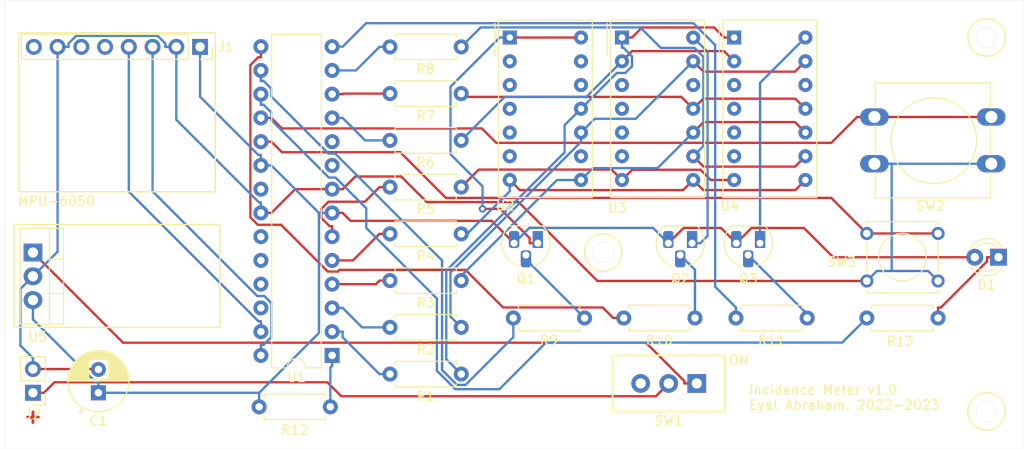
<source format=kicad_pcb>
(kicad_pcb (version 20211014) (generator pcbnew)
  (layers (0 "F.Cu" signal) (31 "B.Cu" signal) (34 "B.Paste" user) (35 "F.Paste" user) (36 "B.SilkS" user "B.Silkscreen") (37 "F.SilkS" user "F.Silkscreen") (38 "B.Mask" user) (39 "F.Mask" user) (44 "Edge.Cuts" user))
  (net 0 "")
  (net 1 "Net-(SW1-Pad1)")
  (net 2 "Net-(J2-Pad1)")
  (net 4 "Net-(Q3-Pad2)")
  (net 5 "Net-(R11-Pad2)")
  (net 6 "Net-(Q2-Pad2)")
  (net 7 "Net-(R10-Pad2)")
  (net 8 "Net-(Q1-Pad2)")
  (net 9 "Net-(R9-Pad2)")
  (net 10 "Net-(R8-Pad1)")
  (net 11 "Net-(R8-Pad2)")
  (net 12 "Net-(R7-Pad1)")
  (net 13 "Net-(R7-Pad2)")
  (net 14 "Net-(R6-Pad1)")
  (net 15 "Net-(R6-Pad2)")
  (net 16 "Net-(R5-Pad1)")
  (net 17 "Net-(R5-Pad2)")
  (net 18 "Net-(R4-Pad1)")
  (net 19 "Net-(R4-Pad2)")
  (net 20 "Net-(R3-Pad1)")
  (net 21 "Net-(R3-Pad2)")
  (net 22 "Net-(R2-Pad1)")
  (net 23 "Net-(R2-Pad2)")
  (net 24 "Net-(R1-Pad1)")
  (net 25 "Net-(R1-Pad2)")
  (net 26 "VCC")
  (net 27 "Net-(R12-Pad2)")
  (net 28 "Net-(R13-Pad1)")
  (net 29 "Net-(D1-Pad1)")
  (net 30 "Net-(Q3-Pad1)")
  (net 31 "Net-(Q2-Pad1)")
  (net 32 "Net-(Q1-Pad1)")
  (net 33 "GND")
  (net 36 "Net-(SW2-Pad1)")
  (net 37 "Net-(SW3-Pad1)")
  (net 43 "SDA")
  (net 44 "SCL")
  (footprint "footprint-library:SPDT_MINIATURE_SLIDE_SW_PHILMORE_30-9185" (layer "F.Cu") (at 153 107 180)
    (fp_text reference "SW1" (at 0 -4 unlocked) (layer "F.SilkS"))
    (fp_text value "on/off")
    (pad "1" thru_hole rect (at -3 0 180) (size 2 2) (drill 1.1) (layers *.Cu *.Mask) (net 1 "Net-(SW1-Pad1)"))
    (pad "2" thru_hole circle (at 0 0 180) (size 2 2) (drill 1.1) (layers *.Cu *.Mask) (net 2 "Net-(J2-Pad1)"))
    (pad "3" thru_hole circle (at 3 0 180) (size 2 2) (drill 1.1) (layers *.Cu *.Mask))
  )
  (footprint "Capacitor_THT:CP_Radial_D6.3mm_P2.50mm" (layer "F.Cu") (at 92 108 90)
    (fp_text reference "C1" (at -3 0 180) (layer "F.SilkS"))
    (fp_text value "220uF / 10v")
    (pad "1" thru_hole rect (at 0 0 90) (size 1.6 1.6) (drill 0.8) (layers *.Cu *.Mask) (net 26 "VCC"))
    (pad "2" thru_hole circle (at 2.5 0 90) (size 1.6 1.6) (drill 0.8) (layers *.Cu *.Mask) (net 33 "GND"))
  )
  (footprint "Button_Switch_THT:SW_Tactile_Straight_KSA0Axx1LFTR" (layer "F.Cu") (at 174.19 90.96)
    (fp_text reference "SW3" (at -2.69 3.04) (layer "F.SilkS"))
    (fp_text value "Calibrate")
    (pad "1" thru_hole circle (at 7.62 0) (size 1.397 1.397) (drill 0.8128) (layers *.Cu *.Mask) (net 37 "Net-(SW3-Pad1)"))
    (pad "1" thru_hole circle (at 0 0) (size 1.397 1.397) (drill 0.8128) (layers *.Cu *.Mask) (net 37 "Net-(SW3-Pad1)"))
    (pad "2" thru_hole circle (at 0 5.08) (size 1.397 1.397) (drill 0.8128) (layers *.Cu *.Mask) (net 33 "GND"))
    (pad "2" thru_hole circle (at 7.62 5.08) (size 1.397 1.397) (drill 0.8128) (layers *.Cu *.Mask) (net 33 "GND"))
  )
  (footprint "Resistor_THT:R_Axial_DIN0207_L6.3mm_D2.5mm_P7.62mm_Horizontal" (layer "F.Cu") (at 130.81 96 180)
    (fp_text reference "R3" (at 3.81 -2.37) (layer "F.SilkS"))
    (fp_text value "120")
    (pad "1" thru_hole circle (at 0 0 180) (size 1.6 1.6) (drill 0.8) (layers *.Cu *.Mask) (net 20 "Net-(R3-Pad1)"))
    (pad "2" thru_hole oval (at 7.62 0 180) (size 1.6 1.6) (drill 0.8) (layers *.Cu *.Mask) (net 21 "Net-(R3-Pad2)"))
  )
  (footprint "Package_TO_SOT_THT:TO-220-3_Vertical" (layer "F.Cu") (at 85 93 -90)
    (fp_text reference "U5" (at 9 -0.5 180) (layer "F.SilkS"))
    (fp_text value "NTE1904")
    (pad "1" thru_hole rect (at 0 0 270) (size 1.905 2) (drill 1.1) (layers *.Cu *.Mask) (net 1 "Net-(SW1-Pad1)"))
    (pad "2" thru_hole oval (at 2.54 0 270) (size 1.905 2) (drill 1.1) (layers *.Cu *.Mask) (net 33 "GND"))
    (pad "3" thru_hole oval (at 5.08 0 270) (size 1.905 2) (drill 1.1) (layers *.Cu *.Mask) (net 26 "VCC"))
  )
  (footprint "Resistor_THT:R_Axial_DIN0207_L6.3mm_D2.5mm_P7.62mm_Horizontal" (layer "F.Cu") (at 130.81 91 180)
    (fp_text reference "R4" (at 3.81 -2.37) (layer "F.SilkS"))
    (fp_text value "120")
    (pad "1" thru_hole circle (at 0 0 180) (size 1.6 1.6) (drill 0.8) (layers *.Cu *.Mask) (net 18 "Net-(R4-Pad1)"))
    (pad "2" thru_hole oval (at 7.62 0 180) (size 1.6 1.6) (drill 0.8) (layers *.Cu *.Mask) (net 19 "Net-(R4-Pad2)"))
  )
  (footprint "Resistor_THT:R_Axial_DIN0207_L6.3mm_D2.5mm_P7.62mm_Horizontal" (layer "F.Cu") (at 130.81 101 180)
    (fp_text reference "R2" (at 3.81 -2.37) (layer "F.SilkS"))
    (fp_text value "120")
    (pad "1" thru_hole circle (at 0 0 180) (size 1.6 1.6) (drill 0.8) (layers *.Cu *.Mask) (net 22 "Net-(R2-Pad1)"))
    (pad "2" thru_hole oval (at 7.62 0 180) (size 1.6 1.6) (drill 0.8) (layers *.Cu *.Mask) (net 23 "Net-(R2-Pad2)"))
  )
  (footprint "Resistor_THT:R_Axial_DIN0207_L6.3mm_D2.5mm_P7.62mm_Horizontal" (layer "F.Cu") (at 109.19 109.5)
    (fp_text reference "R12" (at 3.81 2.5) (layer "F.SilkS"))
    (fp_text value "10K")
    (pad "1" thru_hole circle (at 0 0) (size 1.6 1.6) (drill 0.8) (layers *.Cu *.Mask) (net 26 "VCC"))
    (pad "2" thru_hole oval (at 7.62 0) (size 1.6 1.6) (drill 0.8) (layers *.Cu *.Mask) (net 27 "Net-(R12-Pad2)"))
  )
  (footprint "Connector_PinHeader_2.54mm:PinHeader_1x02_P2.54mm_Vertical" (layer "F.Cu") (at 85 108 180)
    (fp_text reference "J2" (at 0 -2.33) (layer "F.SilkS"))
    (fp_text value "Battery")
    (pad "1" thru_hole rect (at 0 0 180) (size 1.7 1.7) (drill 1) (layers *.Cu *.Mask) (net 2 "Net-(J2-Pad1)"))
    (pad "2" thru_hole oval (at 0 2.54 180) (size 1.7 1.7) (drill 1) (layers *.Cu *.Mask) (net 33 "GND"))
  )
  (footprint "LED_THT:LED_D3.0mm" (layer "F.Cu") (at 188.275 93.5 180)
    (fp_text reference "D1" (at 1.27 -2.96) (layer "F.SilkS"))
    (fp_text value "LED")
    (pad "1" thru_hole rect (at 0 0 180) (size 1.8 1.8) (drill 0.9) (layers *.Cu *.Mask) (net 29 "Net-(D1-Pad1)"))
    (pad "2" thru_hole circle (at 2.54 0 180) (size 1.8 1.8) (drill 0.9) (layers *.Cu *.Mask) (net 26 "VCC"))
  )
  (footprint "Resistor_THT:R_Axial_DIN0207_L6.3mm_D2.5mm_P7.62mm_Horizontal" (layer "F.Cu") (at 174.19 100)
    (fp_text reference "R13" (at 3.57 2.5) (layer "F.SilkS"))
    (fp_text value "1K")
    (pad "1" thru_hole circle (at 0 0) (size 1.6 1.6) (drill 0.8) (layers *.Cu *.Mask) (net 28 "Net-(R13-Pad1)"))
    (pad "2" thru_hole oval (at 7.62 0) (size 1.6 1.6) (drill 0.8) (layers *.Cu *.Mask) (net 29 "Net-(D1-Pad1)"))
  )
  (footprint "Resistor_THT:R_Axial_DIN0207_L6.3mm_D2.5mm_P7.62mm_Horizontal" (layer "F.Cu") (at 130.81 86 180)
    (fp_text reference "R5" (at 3.81 -2.37) (layer "F.SilkS"))
    (fp_text value "120")
    (pad "1" thru_hole circle (at 0 0 180) (size 1.6 1.6) (drill 0.8) (layers *.Cu *.Mask) (net 16 "Net-(R5-Pad1)"))
    (pad "2" thru_hole oval (at 7.62 0 180) (size 1.6 1.6) (drill 0.8) (layers *.Cu *.Mask) (net 17 "Net-(R5-Pad2)"))
  )
  (footprint "Package_TO_SOT_THT:TO-92L_HandSolder" (layer "F.Cu") (at 162.77 92 180)
    (fp_text reference "Q3" (at 1.27 -3.8) (layer "F.SilkS"))
    (fp_text value "PN3643")
    (pad "1" thru_hole rect (at 0 0 180) (size 1.1 1.8) (drill 0.75 (offset 0 0.4)) (layers *.Cu *.Mask) (net 30 "Net-(Q3-Pad1)"))
    (pad "2" thru_hole roundrect (at 1.27 -1.27 180) (size 1.1 1.8) (drill 0.75 (offset 0 -0.4)) (layers *.Cu *.Mask) (net 4 "Net-(Q3-Pad2)"))
    (pad "3" thru_hole roundrect (at 2.54 0 180) (size 1.1 1.8) (drill 0.75 (offset 0 0.4)) (layers *.Cu *.Mask) (net 26 "VCC"))
  )
  (footprint "Package_DIP:DIP-28_W7.62mm" (layer "F.Cu") (at 117 104 180)
    (fp_text reference "U1" (at 3.81 -2.33) (layer "F.SilkS"))
    (fp_text value "ATmega328-P")
    (pad "1" thru_hole rect (at 0 0 180) (size 1.6 1.6) (drill 0.8) (layers *.Cu *.Mask) (net 27 "Net-(R12-Pad2)"))
    (pad "2" thru_hole oval (at 0 2.54 180) (size 1.6 1.6) (drill 0.8) (layers *.Cu *.Mask) (net 25 "Net-(R1-Pad2)"))
    (pad "3" thru_hole oval (at 0 5.08 180) (size 1.6 1.6) (drill 0.8) (layers *.Cu *.Mask) (net 23 "Net-(R2-Pad2)"))
    (pad "4" thru_hole oval (at 0 7.62 180) (size 1.6 1.6) (drill 0.8) (layers *.Cu *.Mask) (net 21 "Net-(R3-Pad2)"))
    (pad "5" thru_hole oval (at 0 10.16 180) (size 1.6 1.6) (drill 0.8) (layers *.Cu *.Mask) (net 19 "Net-(R4-Pad2)"))
    (pad "6" thru_hole oval (at 0 12.7 180) (size 1.6 1.6) (drill 0.8) (layers *.Cu *.Mask) (net 17 "Net-(R5-Pad2)"))
    (pad "7" thru_hole oval (at 0 15.24 180) (size 1.6 1.6) (drill 0.8) (layers *.Cu *.Mask) (net 26 "VCC"))
    (pad "8" thru_hole oval (at 0 17.78 180) (size 1.6 1.6) (drill 0.8) (layers *.Cu *.Mask) (net 33 "GND"))
    (pad "9" thru_hole oval (at 0 20.32 180) (size 1.6 1.6) (drill 0.8) (layers *.Cu *.Mask))
    (pad "10" thru_hole oval (at 0 22.86 180) (size 1.6 1.6) (drill 0.8) (layers *.Cu *.Mask))
    (pad "11" thru_hole oval (at 0 25.4 180) (size 1.6 1.6) (drill 0.8) (layers *.Cu *.Mask) (net 15 "Net-(R6-Pad2)"))
    (pad "12" thru_hole oval (at 0 27.94 180) (size 1.6 1.6) (drill 0.8) (layers *.Cu *.Mask) (net 13 "Net-(R7-Pad2)"))
    (pad "13" thru_hole oval (at 0 30.48 180) (size 1.6 1.6) (drill 0.8) (layers *.Cu *.Mask) (net 11 "Net-(R8-Pad2)"))
    (pad "14" thru_hole oval (at 0 33.02 180) (size 1.6 1.6) (drill 0.8) (layers *.Cu *.Mask) (net 5 "Net-(R11-Pad2)"))
    (pad "15" thru_hole oval (at 7.62 33.02 180) (size 1.6 1.6) (drill 0.8) (layers *.Cu *.Mask) (net 7 "Net-(R10-Pad2)"))
    (pad "16" thru_hole oval (at 7.62 30.48 180) (size 1.6 1.6) (drill 0.8) (layers *.Cu *.Mask) (net 9 "Net-(R9-Pad2)"))
    (pad "17" thru_hole oval (at 7.62 27.94 180) (size 1.6 1.6) (drill 0.8) (layers *.Cu *.Mask) (net 28 "Net-(R13-Pad1)"))
    (pad "18" thru_hole oval (at 7.62 25.4 180) (size 1.6 1.6) (drill 0.8) (layers *.Cu *.Mask) (net 36 "Net-(SW2-Pad1)"))
    (pad "19" thru_hole oval (at 7.62 22.86 180) (size 1.6 1.6) (drill 0.8) (layers *.Cu *.Mask) (net 37 "Net-(SW3-Pad1)"))
    (pad "20" thru_hole oval (at 7.62 20.32 180) (size 1.6 1.6) (drill 0.8) (layers *.Cu *.Mask) (net 26 "VCC"))
    (pad "21" thru_hole oval (at 7.62 17.78 180) (size 1.6 1.6) (drill 0.8) (layers *.Cu *.Mask))
    (pad "22" thru_hole oval (at 7.62 15.24 180) (size 1.6 1.6) (drill 0.8) (layers *.Cu *.Mask) (net 33 "GND"))
    (pad "23" thru_hole oval (at 7.62 12.7 180) (size 1.6 1.6) (drill 0.8) (layers *.Cu *.Mask))
    (pad "24" thru_hole oval (at 7.62 10.16 180) (size 1.6 1.6) (drill 0.8) (layers *.Cu *.Mask))
    (pad "25" thru_hole oval (at 7.62 7.62 180) (size 1.6 1.6) (drill 0.8) (layers *.Cu *.Mask))
    (pad "26" thru_hole oval (at 7.62 5.08 180) (size 1.6 1.6) (drill 0.8) (layers *.Cu *.Mask))
    (pad "27" thru_hole oval (at 7.62 2.54 180) (size 1.6 1.6) (drill 0.8) (layers *.Cu *.Mask) (net 43 "SDA"))
    (pad "28" thru_hole oval (at 7.62 0 180) (size 1.6 1.6) (drill 0.8) (layers *.Cu *.Mask) (net 44 "SCL"))
  )
  (footprint "Connector_PinSocket_2.54mm:PinSocket_1x08_P2.54mm_Vertical" (layer "F.Cu") (at 102.875 71 -90)
    (fp_text reference "J1" (at 0 -2.77 180) (layer "F.SilkS"))
    (fp_text value "MPU-6050")
    (pad "1" thru_hole rect (at 0 0 270) (size 1.7 1.7) (drill 1) (layers *.Cu *.Mask) (net 26 "VCC"))
    (pad "2" thru_hole oval (at 0 2.54 270) (size 1.7 1.7) (drill 1) (layers *.Cu *.Mask) (net 33 "GND"))
    (pad "3" thru_hole oval (at 0 5.08 270) (size 1.7 1.7) (drill 1) (layers *.Cu *.Mask) (net 44 "SCL"))
    (pad "4" thru_hole oval (at 0 7.62 270) (size 1.7 1.7) (drill 1) (layers *.Cu *.Mask) (net 43 "SDA"))
    (pad "5" thru_hole oval (at 0 10.16 270) (size 1.7 1.7) (drill 1) (layers *.Cu *.Mask))
    (pad "6" thru_hole oval (at 0 12.7 270) (size 1.7 1.7) (drill 1) (layers *.Cu *.Mask))
    (pad "7" thru_hole oval (at 0 15.24 270) (size 1.7 1.7) (drill 1) (layers *.Cu *.Mask) (net 33 "GND"))
    (pad "8" thru_hole oval (at 0 17.78 270) (size 1.7 1.7) (drill 1) (layers *.Cu *.Mask))
  )
  (footprint "Resistor_THT:R_Axial_DIN0207_L6.3mm_D2.5mm_P7.62mm_Horizontal" (layer "F.Cu") (at 167.81 100 180)
    (fp_text reference "R11" (at 3.81 -2.37) (layer "F.SilkS"))
    (fp_text value "1K")
    (pad "1" thru_hole circle (at 0 0 180) (size 1.6 1.6) (drill 0.8) (layers *.Cu *.Mask) (net 4 "Net-(Q3-Pad2)"))
    (pad "2" thru_hole oval (at 7.62 0 180) (size 1.6 1.6) (drill 0.8) (layers *.Cu *.Mask) (net 5 "Net-(R11-Pad2)"))
  )
  (footprint "Display_7Segment:MAN73A" (layer "F.Cu") (at 136 70)
    (fp_text reference "U2" (at -0.5 18) (layer "F.SilkS"))
    (fp_text value "MAN73A")
    (pad "1" thru_hole rect (at 0 0) (size 1.5 1.5) (drill 0.7) (layers *.Cu *.Mask) (net 32 "Net-(Q1-Pad1)"))
    (pad "2" thru_hole circle (at 0 2.54) (size 1.5 1.5) (drill 0.7) (layers *.Cu *.Mask))
    (pad "3" thru_hole circle (at 0 5.08) (size 1.5 1.5) (drill 0.7) (layers *.Cu *.Mask))
    (pad "4" thru_hole circle (at 0 7.62) (size 1.5 1.5) (drill 0.7) (layers *.Cu *.Mask))
    (pad "5" thru_hole circle (at 0 10.16) (size 1.5 1.5) (drill 0.7) (layers *.Cu *.Mask))
    (pad "6" thru_hole circle (at 0 12.7) (size 1.5 1.5) (drill 0.7) (layers *.Cu *.Mask))
    (pad "7" thru_hole circle (at 0 15.24) (size 1.5 1.5) (drill 0.7) (layers *.Cu *.Mask) (net 18 "Net-(R4-Pad1)"))
    (pad "8" thru_hole circle (at 7.62 15.24) (size 1.5 1.5) (drill 0.7) (layers *.Cu *.Mask) (net 20 "Net-(R3-Pad1)"))
    (pad "9" thru_hole circle (at 7.62 12.7) (size 1.5 1.5) (drill 0.7) (layers *.Cu *.Mask))
    (pad "10" thru_hole circle (at 7.62 10.16) (size 1.5 1.5) (drill 0.7) (layers *.Cu *.Mask) (net 22 "Net-(R2-Pad1)"))
    (pad "11" thru_hole circle (at 7.62 7.62) (size 1.5 1.5) (drill 0.7) (layers *.Cu *.Mask) (net 24 "Net-(R1-Pad1)"))
    (pad "12" thru_hole circle (at 7.62 5.08) (size 1.5 1.5) (drill 0.7) (layers *.Cu *.Mask))
    (pad "13" thru_hole circle (at 7.62 2.54) (size 1.5 1.5) (drill 0.7) (layers *.Cu *.Mask))
    (pad "14" thru_hole circle (at 7.62 0) (size 1.5 1.5) (drill 0.7) (layers *.Cu *.Mask) (net 32 "Net-(Q1-Pad1)"))
  )
  (footprint "Resistor_THT:R_Axial_DIN0207_L6.3mm_D2.5mm_P7.62mm_Horizontal" (layer "F.Cu") (at 130.81 81 180)
    (fp_text reference "R6" (at 3.81 -2.37) (layer "F.SilkS"))
    (fp_text value "120")
    (pad "1" thru_hole circle (at 0 0 180) (size 1.6 1.6) (drill 0.8) (layers *.Cu *.Mask) (net 14 "Net-(R6-Pad1)"))
    (pad "2" thru_hole oval (at 7.62 0 180) (size 1.6 1.6) (drill 0.8) (layers *.Cu *.Mask) (net 15 "Net-(R6-Pad2)"))
  )
  (footprint "Resistor_THT:R_Axial_DIN0207_L6.3mm_D2.5mm_P7.62mm_Horizontal" (layer "F.Cu") (at 155.81 100 180)
    (fp_text reference "R10" (at 3.81 -2.37) (layer "F.SilkS"))
    (fp_text value "1K")
    (pad "1" thru_hole circle (at 0 0 180) (size 1.6 1.6) (drill 0.8) (layers *.Cu *.Mask) (net 6 "Net-(Q2-Pad2)"))
    (pad "2" thru_hole oval (at 7.62 0 180) (size 1.6 1.6) (drill 0.8) (layers *.Cu *.Mask) (net 7 "Net-(R10-Pad2)"))
  )
  (footprint "Resistor_THT:R_Axial_DIN0207_L6.3mm_D2.5mm_P7.62mm_Horizontal" (layer "F.Cu") (at 130.81 71 180)
    (fp_text reference "R8" (at 3.81 -2.37) (layer "F.SilkS"))
    (fp_text value "120")
    (pad "1" thru_hole circle (at 0 0 180) (size 1.6 1.6) (drill 0.8) (layers *.Cu *.Mask) (net 10 "Net-(R8-Pad1)"))
    (pad "2" thru_hole oval (at 7.62 0 180) (size 1.6 1.6) (drill 0.8) (layers *.Cu *.Mask) (net 11 "Net-(R8-Pad2)"))
  )
  (footprint "Resistor_THT:R_Axial_DIN0207_L6.3mm_D2.5mm_P7.62mm_Horizontal" (layer "F.Cu") (at 144 100 180)
    (fp_text reference "R9" (at 3.81 -2.37) (layer "F.SilkS"))
    (fp_text value "1K")
    (pad "1" thru_hole circle (at 0 0 180) (size 1.6 1.6) (drill 0.8) (layers *.Cu *.Mask) (net 8 "Net-(Q1-Pad2)"))
    (pad "2" thru_hole oval (at 7.62 0 180) (size 1.6 1.6) (drill 0.8) (layers *.Cu *.Mask) (net 9 "Net-(R9-Pad2)"))
  )
  (footprint "Display_7Segment:MAN71A" (layer "F.Cu") (at 160 70)
    (fp_text reference "U4" (at -0.5 18) (layer "F.SilkS"))
    (fp_text value "MAN71A")
    (pad "1" thru_hole rect (at 0 0) (size 1.5 1.5) (drill 0.7) (layers *.Cu *.Mask) (net 24 "Net-(R1-Pad1)"))
    (pad "2" thru_hole circle (at 0 2.54) (size 1.5 1.5) (drill 0.7) (layers *.Cu *.Mask) (net 14 "Net-(R6-Pad1)"))
    (pad "3" thru_hole circle (at 0 5.08) (size 1.5 1.5) (drill 0.7) (layers *.Cu *.Mask))
    (pad "4" thru_hole circle (at 0 7.62) (size 1.5 1.5) (drill 0.7) (layers *.Cu *.Mask))
    (pad "5" thru_hole circle (at 0 10.16) (size 1.5 1.5) (drill 0.7) (layers *.Cu *.Mask))
    (pad "6" thru_hole circle (at 0 12.7) (size 1.5 1.5) (drill 0.7) (layers *.Cu *.Mask))
    (pad "7" thru_hole circle (at 0 15.24) (size 1.5 1.5) (drill 0.7) (layers *.Cu *.Mask) (net 16 "Net-(R5-Pad1)"))
    (pad "8" thru_hole circle (at 7.62 15.24) (size 1.5 1.5) (drill 0.7) (layers *.Cu *.Mask) (net 18 "Net-(R4-Pad1)"))
    (pad "9" thru_hole circle (at 7.62 12.7) (size 1.5 1.5) (drill 0.7) (layers *.Cu *.Mask) (net 10 "Net-(R8-Pad1)"))
    (pad "10" thru_hole circle (at 7.62 10.16) (size 1.5 1.5) (drill 0.7) (layers *.Cu *.Mask) (net 20 "Net-(R3-Pad1)"))
    (pad "11" thru_hole circle (at 7.62 7.62) (size 1.5 1.5) (drill 0.7) (layers *.Cu *.Mask) (net 12 "Net-(R7-Pad1)"))
    (pad "12" thru_hole circle (at 7.62 5.08) (size 1.5 1.5) (drill 0.7) (layers *.Cu *.Mask))
    (pad "13" thru_hole circle (at 7.62 2.54) (size 1.5 1.5) (drill 0.7) (layers *.Cu *.Mask) (net 22 "Net-(R2-Pad1)"))
    (pad "14" thru_hole circle (at 7.62 0) (size 1.5 1.5) (drill 0.7) (layers *.Cu *.Mask) (net 30 "Net-(Q3-Pad1)"))
  )
  (footprint "Display_7Segment:MAN71A" (layer "F.Cu") (at 148 70)
    (fp_text reference "U3" (at -0.5 18.215) (layer "F.SilkS"))
    (fp_text value "MAN71A")
    (pad "1" thru_hole rect (at 0 0) (size 1.5 1.5) (drill 0.7) (layers *.Cu *.Mask) (net 24 "Net-(R1-Pad1)"))
    (pad "2" thru_hole circle (at 0 2.54) (size 1.5 1.5) (drill 0.7) (layers *.Cu *.Mask) (net 14 "Net-(R6-Pad1)"))
    (pad "3" thru_hole circle (at 0 5.08) (size 1.5 1.5) (drill 0.7) (layers *.Cu *.Mask))
    (pad "4" thru_hole circle (at 0 7.62) (size 1.5 1.5) (drill 0.7) (layers *.Cu *.Mask))
    (pad "5" thru_hole circle (at 0 10.16) (size 1.5 1.5) (drill 0.7) (layers *.Cu *.Mask))
    (pad "6" thru_hole circle (at 0 12.7) (size 1.5 1.5) (drill 0.7) (layers *.Cu *.Mask))
    (pad "7" thru_hole circle (at 0 15.24) (size 1.5 1.5) (drill 0.7) (layers *.Cu *.Mask) (net 16 "Net-(R5-Pad1)"))
    (pad "8" thru_hole circle (at 7.62 15.24) (size 1.5 1.5) (drill 0.7) (layers *.Cu *.Mask) (net 18 "Net-(R4-Pad1)"))
    (pad "9" thru_hole circle (at 7.62 12.7) (size 1.5 1.5) (drill 0.7) (layers *.Cu *.Mask) (net 10 "Net-(R8-Pad1)"))
    (pad "10" thru_hole circle (at 7.62 10.16) (size 1.5 1.5) (drill 0.7) (layers *.Cu *.Mask) (net 20 "Net-(R3-Pad1)"))
    (pad "11" thru_hole circle (at 7.62 7.62) (size 1.5 1.5) (drill 0.7) (layers *.Cu *.Mask) (net 12 "Net-(R7-Pad1)"))
    (pad "12" thru_hole circle (at 7.62 5.08) (size 1.5 1.5) (drill 0.7) (layers *.Cu *.Mask))
    (pad "13" thru_hole circle (at 7.62 2.54) (size 1.5 1.5) (drill 0.7) (layers *.Cu *.Mask) (net 22 "Net-(R2-Pad1)"))
    (pad "14" thru_hole circle (at 7.62 0) (size 1.5 1.5) (drill 0.7) (layers *.Cu *.Mask) (net 31 "Net-(Q2-Pad1)"))
  )
  (footprint "Package_TO_SOT_THT:TO-92L_HandSolder" (layer "F.Cu") (at 155.5 92 180)
    (fp_text reference "Q2" (at 1.27 -3.8) (layer "F.SilkS"))
    (fp_text value "PN3643")
    (pad "1" thru_hole rect (at 0 0 180) (size 1.1 1.8) (drill 0.75 (offset 0 0.4)) (layers *.Cu *.Mask) (net 31 "Net-(Q2-Pad1)"))
    (pad "2" thru_hole roundrect (at 1.27 -1.27 180) (size 1.1 1.8) (drill 0.75 (offset 0 -0.4)) (layers *.Cu *.Mask) (net 6 "Net-(Q2-Pad2)"))
    (pad "3" thru_hole roundrect (at 2.54 0 180) (size 1.1 1.8) (drill 0.75 (offset 0 0.4)) (layers *.Cu *.Mask) (net 26 "VCC"))
  )
  (footprint "Package_TO_SOT_THT:TO-92L_HandSolder" (layer "F.Cu") (at 139 92 180)
    (fp_text reference "Q1" (at 1.27 -3.8) (layer "F.SilkS"))
    (fp_text value "PN3643")
    (pad "1" thru_hole rect (at 0 0 180) (size 1.1 1.8) (drill 0.75 (offset 0 0.4)) (layers *.Cu *.Mask) (net 32 "Net-(Q1-Pad1)"))
    (pad "2" thru_hole roundrect (at 1.27 -1.27 180) (size 1.1 1.8) (drill 0.75 (offset 0 -0.4)) (layers *.Cu *.Mask) (net 8 "Net-(Q1-Pad2)"))
    (pad "3" thru_hole roundrect (at 2.54 0 180) (size 1.1 1.8) (drill 0.75 (offset 0 0.4)) (layers *.Cu *.Mask) (net 26 "VCC"))
  )
  (footprint "Resistor_THT:R_Axial_DIN0207_L6.3mm_D2.5mm_P7.62mm_Horizontal" (layer "F.Cu") (at 130.81 106 180)
    (fp_text reference "R1" (at 3.81 -2.37) (layer "F.SilkS"))
    (fp_text value "120")
    (pad "1" thru_hole circle (at 0 0 180) (size 1.6 1.6) (drill 0.8) (layers *.Cu *.Mask) (net 24 "Net-(R1-Pad1)"))
    (pad "2" thru_hole oval (at 7.62 0 180) (size 1.6 1.6) (drill 0.8) (layers *.Cu *.Mask) (net 25 "Net-(R1-Pad2)"))
  )
  (footprint "Button_Switch_THT:SW_PUSH-12mm" (layer "F.Cu") (at 175 78.5)
    (fp_text reference "SW2" (at 6 9.5) (layer "F.SilkS"))
    (fp_text value "HOLD")
    (pad "1" thru_hole oval (at 12.5 0) (size 3.048 1.85) (drill 1.3) (layers *.Cu *.Mask) (net 36 "Net-(SW2-Pad1)"))
    (pad "1" thru_hole oval (at 0 0) (size 3.048 1.85) (drill 1.3) (layers *.Cu *.Mask) (net 36 "Net-(SW2-Pad1)"))
    (pad "2" thru_hole oval (at 0 5) (size 3.048 1.85) (drill 1.3) (layers *.Cu *.Mask) (net 33 "GND"))
    (pad "2" thru_hole oval (at 12.5 5) (size 3.048 1.85) (drill 1.3) (layers *.Cu *.Mask) (net 33 "GND"))
  )
  (footprint "Resistor_THT:R_Axial_DIN0207_L6.3mm_D2.5mm_P7.62mm_Horizontal" (layer "F.Cu") (at 130.81 76 180)
    (fp_text reference "R7" (at 3.81 -2.37) (layer "F.SilkS"))
    (fp_text value "120")
    (pad "1" thru_hole circle (at 0 0 180) (size 1.6 1.6) (drill 0.8) (layers *.Cu *.Mask) (net 12 "Net-(R7-Pad1)"))
    (pad "2" thru_hole oval (at 7.62 0 180) (size 1.6 1.6) (drill 0.8) (layers *.Cu *.Mask) (net 13 "Net-(R7-Pad2)"))
  )
  (gr_circle (center 187 70) (end 189 70) (layer "F.SilkS") (width 0.15) (fill none))
  (gr_circle (center 187 110) (end 189 110) (layer "F.SilkS") (width 0.15) (fill none))
  (gr_rect (start 83 90) (end 105 101) (layer "F.SilkS") (width 0.15) (fill none))
  (gr_circle (center 146 93) (end 148 93) (layer "F.SilkS") (width 0.15) (fill none))
  (gr_rect (start 83.5 69.5) (end 104.5 86.5) (layer "F.SilkS") (width 0.15) (fill none))
  (gr_circle (center 146 93) (end 147.1 93) (layer "Edge.Cuts") (width 0.025) (fill none))
  (gr_circle (center 187 70) (end 188.1 70) (layer "Edge.Cuts") (width 0.025) (fill none))
  (gr_rect (start 191 66) (end 82 114) (layer "Edge.Cuts") (width 0.025) (fill none))
  (gr_circle (center 187 110) (end 188.1 110) (layer "Edge.Cuts") (width 0.025) (fill none))
  (gr_text "+" (at 85 110.5) (layer "F.Cu") (effects (font (size 1.5 1.5) (thickness 0.3))))
  (gr_text "MPU-6050" (at 87.5 87.5) (layer "F.SilkS") (effects (font (size 1 1))))
  (gr_text "ON" (at 160.5 104.5) (layer "F.SilkS") (effects (font (size 1 1))))
  (gr_text "Incidence Meter v1.0\nEyal Abraham, 2022-2023" (at 161.5 108.5) (layer "F.SilkS") (effects (font (size 1 1)) (justify left)))
  (segment (start 156 107) (end 154.6747 107) (width 0.25) (layer "F.Cu") (net 1))
  (segment (start 150.5649 102.6417) (end 154.6747 106.7515) (width 0.25) (layer "F.Cu") (net 1))
  (segment (start 85 93) (end 94.6417 102.6417) (width 0.25) (layer "F.Cu") (net 1))
  (segment (start 94.6417 102.6417) (end 150.5649 102.6417) (width 0.25) (layer "F.Cu") (net 1))
  (segment (start 154.6747 106.7515) (end 154.6747 107) (width 0.25) (layer "F.Cu") (net 1))
  (segment (start 117.9773 108.3673) (end 151.6327 108.3673) (width 0.25) (layer "F.Cu") (net 2))
  (segment (start 85 108) (end 86.1753 108) (width 0.25) (layer "F.Cu") (net 2))
  (segment (start 116.4846 106.8746) (end 117.9773 108.3673) (width 0.25) (layer "F.Cu") (net 2))
  (segment (start 86.1753 108) (end 87.3007 106.8746) (width 0.25) (layer "F.Cu") (net 2))
  (segment (start 151.6327 108.3673) (end 153 107) (width 0.25) (layer "F.Cu") (net 2))
  (segment (start 87.3007 106.8746) (end 116.4846 106.8746) (width 0.25) (layer "F.Cu") (net 2))
  (segment (start 167.81 99.58) (end 161.5 93.27) (width 0.25) (layer "B.Cu") (net 4))
  (segment (start 167.81 100) (end 167.81 99.58) (width 0.25) (layer "B.Cu") (net 4))
  (segment (start 160.19 100) (end 160.19 98.8747) (width 0.25) (layer "B.Cu") (net 5))
  (segment (start 117 70.98) (end 118.1253 70.98) (width 0.25) (layer "B.Cu") (net 5))
  (segment (start 120.6367 68.4686) (end 118.1253 70.98) (width 0.25) (layer "B.Cu") (net 5))
  (segment (start 160.19 98.8747) (end 157.9693 96.654) (width 0.25) (layer "B.Cu") (net 5))
  (segment (start 155.6328 68.4686) (end 120.6367 68.4686) (width 0.25) (layer "B.Cu") (net 5))
  (segment (start 157.9693 96.654) (end 157.9693 70.8051) (width 0.25) (layer "B.Cu") (net 5))
  (segment (start 157.9693 70.8051) (end 155.6328 68.4686) (width 0.25) (layer "B.Cu") (net 5))
  (segment (start 154.23 93.27) (end 155.81 94.85) (width 0.25) (layer "B.Cu") (net 6))
  (segment (start 155.81 94.85) (end 155.81 100) (width 0.25) (layer "B.Cu") (net 6))
  (segment (start 111.534 90.03) (end 109.052 90.03) (width 0.25) (layer "F.Cu") (net 7))
  (segment (start 131.2652 94.8553) (end 117.7849 94.8553) (width 0.25) (layer "F.Cu") (net 7))
  (segment (start 117.6086 95.0316) (end 116.5356 95.0316) (width 0.25) (layer "F.Cu") (net 7))
  (segment (start 148.19 100) (end 147.0647 100) (width 0.25) (layer "F.Cu") (net 7))
  (segment (start 108.2547 89.2327) (end 108.2547 72.9492) (width 0.25) (layer "F.Cu") (net 7))
  (segment (start 109.38 70.98) (end 109.38 72.1053) (width 0.25) (layer "F.Cu") (net 7))
  (segment (start 145.9394 98.8747) (end 135.2846 98.8747) (width 0.25) (layer "F.Cu") (net 7))
  (segment (start 135.2846 98.8747) (end 131.2652 94.8553) (width 0.25) (layer "F.Cu") (net 7))
  (segment (start 108.2547 72.9492) (end 109.0986 72.1053) (width 0.25) (layer "F.Cu") (net 7))
  (segment (start 117.7849 94.8553) (end 117.6086 95.0316) (width 0.25) (layer "F.Cu") (net 7))
  (segment (start 147.0647 100) (end 145.9394 98.8747) (width 0.25) (layer "F.Cu") (net 7))
  (segment (start 109.0986 72.1053) (end 109.38 72.1053) (width 0.25) (layer "F.Cu") (net 7))
  (segment (start 116.5356 95.0316) (end 111.534 90.03) (width 0.25) (layer "F.Cu") (net 7))
  (segment (start 109.052 90.03) (end 108.2547 89.2327) (width 0.25) (layer "F.Cu") (net 7))
  (segment (start 137.73 93.27) (end 137.73 93.73) (width 0.25) (layer "B.Cu") (net 8))
  (segment (start 137.73 93.73) (end 144 100) (width 0.25) (layer "B.Cu") (net 8))
  (segment (start 128.7586 93.847) (end 117.3216 82.41) (width 0.25) (layer "B.Cu") (net 9))
  (segment (start 109.6614 74.6453) (end 109.38 74.6453) (width 0.25) (layer "B.Cu") (net 9))
  (segment (start 128.7586 105.5572) (end 128.7586 93.847) (width 0.25) (layer "B.Cu") (net 9))
  (segment (start 116.5981 82.41) (end 110.5053 76.3172) (width 0.25) (layer "B.Cu") (net 9))
  (segment (start 136.38 102.0417) (end 131.2609 107.1608) (width 0.25) (layer "B.Cu") (net 9))
  (segment (start 110.5053 75.4892) (end 109.6614 74.6453) (width 0.25) (layer "B.Cu") (net 9))
  (segment (start 131.2609 107.1608) (end 130.3622 107.1608) (width 0.25) (layer "B.Cu") (net 9))
  (segment (start 117.3216 82.41) (end 116.5981 82.41) (width 0.25) (layer "B.Cu") (net 9))
  (segment (start 110.5053 76.3172) (end 110.5053 75.4892) (width 0.25) (layer "B.Cu") (net 9))
  (segment (start 136.38 100) (end 136.38 102.0417) (width 0.25) (layer "B.Cu") (net 9))
  (segment (start 130.3622 107.1608) (end 128.7586 105.5572) (width 0.25) (layer "B.Cu") (net 9))
  (segment (start 109.38 73.52) (end 109.38 74.6453) (width 0.25) (layer "B.Cu") (net 9))
  (segment (start 155.62 82.7) (end 156.7312 83.8112) (width 0.25) (layer "F.Cu") (net 10))
  (segment (start 166.5088 83.8112) (end 167.62 82.7) (width 0.25) (layer "F.Cu") (net 10))
  (segment (start 156.7312 83.8112) (end 166.5088 83.8112) (width 0.25) (layer "F.Cu") (net 10))
  (segment (start 156.7092 81.6108) (end 156.7092 72.0648) (width 0.25) (layer "B.Cu") (net 10))
  (segment (start 132.8872 68.9228) (end 130.81 71) (width 0.25) (layer "B.Cu") (net 10))
  (segment (start 155.7588 71.1144) (end 152.1582 71.1144) (width 0.25) (layer "B.Cu") (net 10))
  (segment (start 156.7092 72.0648) (end 155.7588 71.1144) (width 0.25) (layer "B.Cu") (net 10))
  (segment (start 155.62 82.7) (end 156.7092 81.6108) (width 0.25) (layer "B.Cu") (net 10))
  (segment (start 152.1582 71.1144) (end 149.9666 68.9228) (width 0.25) (layer "B.Cu") (net 10))
  (segment (start 149.9666 68.9228) (end 132.8872 68.9228) (width 0.25) (layer "B.Cu") (net 10))
  (segment (start 122.0647 71) (end 119.5447 73.52) (width 0.25) (layer "B.Cu") (net 11))
  (segment (start 123.19 71) (end 122.0647 71) (width 0.25) (layer "B.Cu") (net 11))
  (segment (start 119.5447 73.52) (end 117 73.52) (width 0.25) (layer "B.Cu") (net 11))
  (segment (start 131.16 76.35) (end 154.35 76.35) (width 0.25) (layer "F.Cu") (net 12))
  (segment (start 130.81 76) (end 131.16 76.35) (width 0.25) (layer "F.Cu") (net 12))
  (segment (start 154.35 76.35) (end 155.62 77.62) (width 0.25) (layer "F.Cu") (net 12))
  (segment (start 167.62 77.62) (end 166.5425 76.5425) (width 0.25) (layer "F.Cu") (net 12))
  (segment (start 166.5425 76.5425) (end 156.6975 76.5425) (width 0.25) (layer "F.Cu") (net 12))
  (segment (start 156.6975 76.5425) (end 155.62 77.62) (width 0.25) (layer "F.Cu") (net 12))
  (segment (start 123.19 76) (end 118.1853 76) (width 0.25) (layer "F.Cu") (net 13))
  (segment (start 117 76.06) (end 118.1253 76.06) (width 0.25) (layer "F.Cu") (net 13))
  (segment (start 118.1853 76) (end 118.1253 76.06) (width 0.25) (layer "F.Cu") (net 13))
  (segment (start 158.9115 71.4515) (end 160 72.54) (width 0.25) (layer "F.Cu") (net 14))
  (segment (start 148 72.54) (end 149.0885 71.4515) (width 0.25) (layer "F.Cu") (net 14))
  (segment (start 149.0885 71.4515) (end 158.9115 71.4515) (width 0.25) (layer "F.Cu") (net 14))
  (segment (start 135.46 76.35) (end 130.81 81) (width 0.25) (layer "B.Cu") (net 14))
  (segment (start 144.19 76.35) (end 135.46 76.35) (width 0.25) (layer "B.Cu") (net 14))
  (segment (start 148 72.54) (end 144.19 76.35) (width 0.25) (layer "B.Cu") (net 14))
  (segment (start 120.5253 81) (end 118.1253 78.6) (width 0.25) (layer "B.Cu") (net 15))
  (segment (start 117 78.6) (end 118.1253 78.6) (width 0.25) (layer "B.Cu") (net 15))
  (segment (start 123.19 81) (end 120.5253 81) (width 0.25) (layer "B.Cu") (net 15))
  (segment (start 148 85.24) (end 149.0934 84.1466) (width 0.25) (layer "F.Cu") (net 16))
  (segment (start 156.401 84.1466) (end 157.4944 85.24) (width 0.25) (layer "F.Cu") (net 16))
  (segment (start 157.4944 85.24) (end 160 85.24) (width 0.25) (layer "F.Cu") (net 16))
  (segment (start 148 85.24) (end 146.8884 84.1284) (width 0.25) (layer "F.Cu") (net 16))
  (segment (start 146.8884 84.1284) (end 132.6816 84.1284) (width 0.25) (layer "F.Cu") (net 16))
  (segment (start 149.0934 84.1466) (end 156.401 84.1466) (width 0.25) (layer "F.Cu") (net 16))
  (segment (start 132.6816 84.1284) (end 130.81 86) (width 0.25) (layer "F.Cu") (net 16))
  (segment (start 116.7187 90.1747) (end 115.8482 89.3042) (width 0.25) (layer "F.Cu") (net 17))
  (segment (start 117 90.1747) (end 116.7187 90.1747) (width 0.25) (layer "F.Cu") (net 17))
  (segment (start 123.19 86) (end 122.0647 86) (width 0.25) (layer "F.Cu") (net 17))
  (segment (start 117 91.3) (end 117 90.1747) (width 0.25) (layer "F.Cu") (net 17))
  (segment (start 120.5008 87.5639) (end 122.0647 86) (width 0.25) (layer "F.Cu") (net 17))
  (segment (start 116.6034 87.5639) (end 120.5008 87.5639) (width 0.25) (layer "F.Cu") (net 17))
  (segment (start 115.8482 88.3191) (end 116.6034 87.5639) (width 0.25) (layer "F.Cu") (net 17))
  (segment (start 115.8482 89.3042) (end 115.8482 88.3191) (width 0.25) (layer "F.Cu") (net 17))
  (segment (start 155.62 85.24) (end 154.5399 86.3201) (width 0.25) (layer "F.Cu") (net 18))
  (segment (start 155.62 85.24) (end 156.698 86.318) (width 0.25) (layer "F.Cu") (net 18))
  (segment (start 137.0801 86.3201) (end 136 85.24) (width 0.25) (layer "F.Cu") (net 18))
  (segment (start 166.542 86.318) (end 167.62 85.24) (width 0.25) (layer "F.Cu") (net 18))
  (segment (start 156.698 86.318) (end 166.542 86.318) (width 0.25) (layer "F.Cu") (net 18))
  (segment (start 154.5399 86.3201) (end 137.0801 86.3201) (width 0.25) (layer "F.Cu") (net 18))
  (segment (start 136 85.24) (end 136 86.4444) (width 0.25) (layer "B.Cu") (net 18))
  (segment (start 136 86.4444) (end 131.4444 91) (width 0.25) (layer "B.Cu") (net 18))
  (segment (start 131.4444 91) (end 130.81 91) (width 0.25) (layer "B.Cu") (net 18))
  (segment (start 119.2247 93.84) (end 122.0647 91) (width 0.25) (layer "F.Cu") (net 19))
  (segment (start 117 93.84) (end 119.2247 93.84) (width 0.25) (layer "F.Cu") (net 19))
  (segment (start 123.19 91) (end 122.0647 91) (width 0.25) (layer "F.Cu") (net 19))
  (segment (start 156.7313 79.0487) (end 166.5087 79.0487) (width 0.25) (layer "F.Cu") (net 20))
  (segment (start 166.5087 79.0487) (end 167.62 80.16) (width 0.25) (layer "F.Cu") (net 20))
  (segment (start 155.62 80.16) (end 156.7313 79.0487) (width 0.25) (layer "F.Cu") (net 20))
  (segment (start 130.81 95.4882) (end 130.81 96) (width 0.25) (layer "B.Cu") (net 20))
  (segment (start 155.62 80.16) (end 151.81 83.97) (width 0.25) (layer "B.Cu") (net 20))
  (segment (start 151.81 83.97) (end 144.89 83.97) (width 0.25) (layer "B.Cu") (net 20))
  (segment (start 143.62 85.24) (end 141.0582 85.24) (width 0.25) (layer "B.Cu") (net 20))
  (segment (start 144.89 83.97) (end 143.62 85.24) (width 0.25) (layer "B.Cu") (net 20))
  (segment (start 141.0582 85.24) (end 130.81 95.4882) (width 0.25) (layer "B.Cu") (net 20))
  (segment (start 123.19 96) (end 122.0647 96) (width 0.25) (layer "F.Cu") (net 21))
  (segment (start 117 96.38) (end 121.6847 96.38) (width 0.25) (layer "F.Cu") (net 21))
  (segment (start 121.6847 96.38) (end 122.0647 96) (width 0.25) (layer "F.Cu") (net 21))
  (segment (start 156.7312 73.6512) (end 166.5088 73.6512) (width 0.25) (layer "F.Cu") (net 22))
  (segment (start 155.62 72.54) (end 156.7312 73.6512) (width 0.25) (layer "F.Cu") (net 22))
  (segment (start 166.5088 73.6512) (end 167.62 72.54) (width 0.25) (layer "F.Cu") (net 22))
  (segment (start 129.6594 99.8494) (end 129.6594 95.1251) (width 0.25) (layer "B.Cu") (net 22))
  (segment (start 130.81 101) (end 129.6594 99.8494) (width 0.25) (layer "B.Cu") (net 22))
  (segment (start 149.4646 78.6954) (end 145.0846 78.6954) (width 0.25) (layer "B.Cu") (net 22))
  (segment (start 129.6594 95.1251) (end 143.62 81.1645) (width 0.25) (layer "B.Cu") (net 22))
  (segment (start 145.0846 78.6954) (end 143.62 80.16) (width 0.25) (layer "B.Cu") (net 22))
  (segment (start 143.62 81.1645) (end 143.62 80.16) (width 0.25) (layer "B.Cu") (net 22))
  (segment (start 155.62 72.54) (end 149.4646 78.6954) (width 0.25) (layer "B.Cu") (net 22))
  (segment (start 120.2053 101) (end 123.19 101) (width 0.25) (layer "B.Cu") (net 23))
  (segment (start 117 98.92) (end 118.1253 98.92) (width 0.25) (layer "B.Cu") (net 23))
  (segment (start 118.1253 98.92) (end 120.2053 101) (width 0.25) (layer "B.Cu") (net 23))
  (segment (start 149.0753 70) (end 150.1506 68.9247) (width 0.25) (layer "F.Cu") (net 24))
  (segment (start 157.8494 68.9247) (end 158.9247 70) (width 0.25) (layer "F.Cu") (net 24))
  (segment (start 160 70) (end 158.9247 70) (width 0.25) (layer "F.Cu") (net 24))
  (segment (start 150.1506 68.9247) (end 157.8494 68.9247) (width 0.25) (layer "F.Cu") (net 24))
  (segment (start 148 70) (end 149.0753 70) (width 0.25) (layer "F.Cu") (net 24))
  (segment (start 149.0753 72.0161) (end 148.1345 71.0753) (width 0.25) (layer "B.Cu") (net 24))
  (segment (start 129.209 104.399) (end 129.209 94.9386) (width 0.25) (layer "B.Cu") (net 24))
  (segment (start 148 70) (end 148 71.0753) (width 0.25) (layer "B.Cu") (net 24))
  (segment (start 141.8669 82.2807) (end 141.8669 79.3731) (width 0.25) (layer "B.Cu") (net 24))
  (segment (start 130.81 106) (end 129.209 104.399) (width 0.25) (layer "B.Cu") (net 24))
  (segment (start 149.0753 73.0817) (end 149.0753 72.0161) (width 0.25) (layer "B.Cu") (net 24))
  (segment (start 148.1345 71.0753) (end 148 71.0753) (width 0.25) (layer "B.Cu") (net 24))
  (segment (start 143.62 77.62) (end 147.4468 73.7932) (width 0.25) (layer "B.Cu") (net 24))
  (segment (start 147.4468 73.7932) (end 148.3638 73.7932) (width 0.25) (layer "B.Cu") (net 24))
  (segment (start 141.8669 79.3731) (end 143.62 77.62) (width 0.25) (layer "B.Cu") (net 24))
  (segment (start 148.3638 73.7932) (end 149.0753 73.0817) (width 0.25) (layer "B.Cu") (net 24))
  (segment (start 129.209 94.9386) (end 141.8669 82.2807) (width 0.25) (layer "B.Cu") (net 24))
  (segment (start 117 101.46) (end 118.1253 101.46) (width 0.25) (layer "B.Cu") (net 25))
  (segment (start 123.19 106) (end 122.0647 106) (width 0.25) (layer "B.Cu") (net 25))
  (segment (start 118.1253 102.0606) (end 118.1253 101.46) (width 0.25) (layer "B.Cu") (net 25))
  (segment (start 122.0647 106) (end 118.1253 102.0606) (width 0.25) (layer "B.Cu") (net 25))
  (segment (start 161.8554 90.3746) (end 160.23 92) (width 0.25) (layer "F.Cu") (net 26))
  (segment (start 152.96 92) (end 154.5854 90.3746) (width 0.25) (layer "F.Cu") (net 26))
  (segment (start 118.9727 89.6074) (end 118.1253 88.76) (width 0.25) (layer "F.Cu") (net 26))
  (segment (start 154.5854 90.3746) (end 158.6046 90.3746) (width 0.25) (layer "F.Cu") (net 26))
  (segment (start 170.5908 93.5) (end 167.4654 90.3746) (width 0.25) (layer "F.Cu") (net 26))
  (segment (start 158.6046 90.3746) (end 160.23 92) (width 0.25) (layer "F.Cu") (net 26))
  (segment (start 136.46 92) (end 134.0674 89.6074) (width 0.25) (layer "F.Cu") (net 26))
  (segment (start 134.0674 89.6074) (end 118.9727 89.6074) (width 0.25) (layer "F.Cu") (net 26))
  (segment (start 167.4654 90.3746) (end 161.8554 90.3746) (width 0.25) (layer "F.Cu") (net 26))
  (segment (start 117 88.76) (end 118.1253 88.76) (width 0.25) (layer "F.Cu") (net 26))
  (segment (start 185.735 93.5) (end 170.5908 93.5) (width 0.25) (layer "F.Cu") (net 26))
  (segment (start 109.19 108) (end 93.1253 108) (width 0.25) (layer "B.Cu") (net 26))
  (segment (start 138.0983 90.3617) (end 151.3217 90.3617) (width 0.25) (layer "B.Cu") (net 26))
  (segment (start 92 108) (end 92 106.8747) (width 0.25) (layer "B.Cu") (net 26))
  (segment (start 151.3217 90.3617) (end 152.96 92) (width 0.25) (layer "B.Cu") (net 26))
  (segment (start 115.5853 88.76) (end 115.5853 101.6047) (width 0.25) (layer "B.Cu") (net 26))
  (segment (start 109.0987 82.5547) (end 109.38 82.5547) (width 0.25) (layer "B.Cu") (net 26))
  (segment (start 136.46 92) (end 138.0983 90.3617) (width 0.25) (layer "B.Cu") (net 26))
  (segment (start 109.38 83.68) (end 109.38 82.5547) (width 0.25) (layer "B.Cu") (net 26))
  (segment (start 115.5853 101.6047) (end 109.19 108) (width 0.25) (layer "B.Cu") (net 26))
  (segment (start 109.19 108) (end 109.19 109.5) (width 0.25) (layer "B.Cu") (net 26))
  (segment (start 102.875 71) (end 102.875 76.331) (width 0.25) (layer "B.Cu") (net 26))
  (segment (start 91.7187 106.8747) (end 92 106.8747) (width 0.25) (layer "B.Cu") (net 26))
  (segment (start 117 88.76) (end 115.5853 88.76) (width 0.25) (layer "B.Cu") (net 26))
  (segment (start 92 108) (end 93.1253 108) (width 0.25) (layer "B.Cu") (net 26))
  (segment (start 109.38 83.68) (end 110.5053 83.68) (width 0.25) (layer "B.Cu") (net 26))
  (segment (start 115.5853 88.76) (end 110.5053 83.68) (width 0.25) (layer "B.Cu") (net 26))
  (segment (start 85 98.08) (end 85 100.156) (width 0.25) (layer "B.Cu") (net 26))
  (segment (start 102.875 76.331) (end 109.0987 82.5547) (width 0.25) (layer "B.Cu") (net 26))
  (segment (start 85 100.156) (end 91.7187 106.8747) (width 0.25) (layer "B.Cu") (net 26))
  (segment (start 117 105.1253) (end 116.81 105.3153) (width 0.25) (layer "B.Cu") (net 27))
  (segment (start 117 104) (end 117 105.1253) (width 0.25) (layer "B.Cu") (net 27))
  (segment (start 116.81 105.3153) (end 116.81 109.5) (width 0.25) (layer "B.Cu") (net 27))
  (segment (start 128.2053 97.9231) (end 128.2053 105.6408) (width 0.25) (layer "B.Cu") (net 28))
  (segment (start 120.6534 90.3712) (end 128.2053 97.9231) (width 0.25) (layer "B.Cu") (net 28))
  (segment (start 116.6443 84.981) (end 117.3646 84.981) (width 0.25) (layer "B.Cu") (net 28))
  (segment (start 139.8784 102.6266) (end 171.5634 102.6266) (width 0.25) (layer "B.Cu") (net 28))
  (segment (start 109.38 77.1853) (end 109.6614 77.1853) (width 0.25) (layer "B.Cu") (net 28))
  (segment (start 130.1779 107.6134) (end 134.8916 107.6134) (width 0.25) (layer "B.Cu") (net 28))
  (segment (start 109.6614 77.1853) (end 110.5053 78.0292) (width 0.25) (layer "B.Cu") (net 28))
  (segment (start 110.5053 78.842) (end 116.6443 84.981) (width 0.25) (layer "B.Cu") (net 28))
  (segment (start 128.2053 105.6408) (end 130.1779 107.6134) (width 0.25) (layer "B.Cu") (net 28))
  (segment (start 110.5053 78.0292) (end 110.5053 78.842) (width 0.25) (layer "B.Cu") (net 28))
  (segment (start 171.5634 102.6266) (end 174.19 100) (width 0.25) (layer "B.Cu") (net 28))
  (segment (start 120.6534 88.2698) (end 120.6534 90.3712) (width 0.25) (layer "B.Cu") (net 28))
  (segment (start 134.8916 107.6134) (end 139.8784 102.6266) (width 0.25) (layer "B.Cu") (net 28))
  (segment (start 117.3646 84.981) (end 120.6534 88.2698) (width 0.25) (layer "B.Cu") (net 28))
  (segment (start 109.38 76.06) (end 109.38 77.1853) (width 0.25) (layer "B.Cu") (net 28))
  (segment (start 187.0497 93.9417) (end 187.0497 93.5) (width 0.25) (layer "F.Cu") (net 29))
  (segment (start 181.81 100) (end 181.81 98.8747) (width 0.25) (layer "F.Cu") (net 29))
  (segment (start 181.81 98.8747) (end 182.1167 98.8747) (width 0.25) (layer "F.Cu") (net 29))
  (segment (start 188.275 93.5) (end 187.0497 93.5) (width 0.25) (layer "F.Cu") (net 29))
  (segment (start 182.1167 98.8747) (end 187.0497 93.9417) (width 0.25) (layer "F.Cu") (net 29))
  (segment (start 167.62 70) (end 162.77 74.85) (width 0.25) (layer "B.Cu") (net 30))
  (segment (start 162.77 74.85) (end 162.77 92) (width 0.25) (layer "B.Cu") (net 30))
  (segment (start 156.3753 92) (end 157.1595 91.2158) (width 0.25) (layer "B.Cu") (net 31))
  (segment (start 157.1595 71.5395) (end 155.62 70) (width 0.25) (layer "B.Cu") (net 31))
  (segment (start 157.1595 91.2158) (end 157.1595 71.5395) (width 0.25) (layer "B.Cu") (net 31))
  (segment (start 155.5 92) (end 156.3753 92) (width 0.25) (layer "B.Cu") (net 31))
  (segment (start 136 70) (end 143.62 70) (width 0.25) (layer "F.Cu") (net 32))
  (segment (start 138.1247 91.4529) (end 135.0005 88.3287) (width 0.25) (layer "F.Cu") (net 32))
  (segment (start 135.0005 88.3287) (end 133.0873 88.3287) (width 0.25) (layer "F.Cu") (net 32))
  (segment (start 139 92) (end 138.1247 92) (width 0.25) (layer "F.Cu") (net 32))
  (segment (start 138.1247 92) (end 138.1247 91.4529) (width 0.25) (layer "F.Cu") (net 32))
  (via (at 133.0873 88.3287) (size 0.8) (drill 0.4) (layers "F.Cu" "B.Cu") (net 32))
  (segment (start 129.6632 75.2615) (end 129.6632 82.4909) (width 0.25) (layer "B.Cu") (net 32))
  (segment (start 129.6632 82.4909) (end 133.0873 85.915) (width 0.25) (layer "B.Cu") (net 32))
  (segment (start 136 70) (end 134.9247 70) (width 0.25) (layer "B.Cu") (net 32))
  (segment (start 133.0873 85.915) (end 133.0873 88.3287) (width 0.25) (layer "B.Cu") (net 32))
  (segment (start 134.9247 70) (end 129.6632 75.2615) (width 0.25) (layer "B.Cu") (net 32))
  (segment (start 109.38 88.76) (end 110.5053 88.76) (width 0.25) (layer "F.Cu") (net 33))
  (segment (start 91.96 105.46) (end 92 105.5) (width 0.25) (layer "F.Cu") (net 33))
  (segment (start 145.3774 96.04) (end 136.9408 87.6034) (width 0.25) (layer "F.Cu") (net 33))
  (segment (start 127.1208 87.6034) (end 124.3813 84.8639) (width 0.25) (layer "F.Cu") (net 33))
  (segment (start 117 86.22) (end 118.1253 86.22) (width 0.25) (layer "F.Cu") (net 33))
  (segment (start 119.4814 84.8639) (end 118.1253 86.22) (width 0.25) (layer "F.Cu") (net 33))
  (segment (start 110.5053 88.76) (end 113.0453 86.22) (width 0.25) (layer "F.Cu") (net 33))
  (segment (start 113.0453 86.22) (end 117 86.22) (width 0.25) (layer "F.Cu") (net 33))
  (segment (start 85 105.46) (end 91.96 105.46) (width 0.25) (layer "F.Cu") (net 33))
  (segment (start 136.9408 87.6034) (end 127.1208 87.6034) (width 0.25) (layer "F.Cu") (net 33))
  (segment (start 174.19 96.04) (end 145.3774 96.04) (width 0.25) (layer "F.Cu") (net 33))
  (segment (start 124.3813 84.8639) (end 119.4814 84.8639) (width 0.25) (layer "F.Cu") (net 33))
  (segment (start 89.6183 69.8247) (end 98.3518 69.8247) (width 0.25) (layer "B.Cu") (net 33))
  (segment (start 187.5 83.5) (end 176.8493 83.5) (width 0.25) (layer "B.Cu") (net 33))
  (segment (start 88.8103 70.6327) (end 89.6183 69.8247) (width 0.25) (layer "B.Cu") (net 33))
  (segment (start 109.38 88.76) (end 109.38 87.6347) (width 0.25) (layer "B.Cu") (net 33))
  (segment (start 85 95.54) (end 83.6587 96.8813) (width 0.25) (layer "B.Cu") (net 33))
  (segment (start 99.1597 70.6326) (end 99.1597 71) (width 0.25) (layer "B.Cu") (net 33))
  (segment (start 83.6587 102.9434) (end 85 104.2847) (width 0.25) (layer "B.Cu") (net 33))
  (segment (start 100.335 78.7942) (end 100.335 71) (width 0.25) (layer "B.Cu") (net 33))
  (segment (start 181.81 96.04) (end 180.7425 94.9725) (width 0.25) (layer "B.Cu") (net 33))
  (segment (start 87.635 92.905) (end 87.635 71) (width 0.25) (layer "B.Cu") (net 33))
  (segment (start 176.8493 83.5) (end 176.8493 94.9725) (width 0.25) (layer "B.Cu") (net 33))
  (segment (start 175 83.5) (end 176.8493 83.5) (width 0.25) (layer "B.Cu") (net 33))
  (segment (start 85 95.54) (end 87.635 92.905) (width 0.25) (layer "B.Cu") (net 33))
  (segment (start 98.3518 69.8247) (end 99.1597 70.6326) (width 0.25) (layer "B.Cu") (net 33))
  (segment (start 176.8493 94.9725) (end 175.2575 94.9725) (width 0.25) (layer "B.Cu") (net 33))
  (segment (start 87.635 71) (end 88.8103 71) (width 0.25) (layer "B.Cu") (net 33))
  (segment (start 180.7425 94.9725) (end 176.8493 94.9725) (width 0.25) (layer "B.Cu") (net 33))
  (segment (start 109.1755 87.6347) (end 100.335 78.7942) (width 0.25) (layer "B.Cu") (net 33))
  (segment (start 85 105.46) (end 85 104.2847) (width 0.25) (layer "B.Cu") (net 33))
  (segment (start 88.8103 71) (end 88.8103 70.6327) (width 0.25) (layer "B.Cu") (net 33))
  (segment (start 100.335 71) (end 99.1597 71) (width 0.25) (layer "B.Cu") (net 33))
  (segment (start 175.2575 94.9725) (end 174.19 96.04) (width 0.25) (layer "B.Cu") (net 33))
  (segment (start 109.38 87.6347) (end 109.1755 87.6347) (width 0.25) (layer "B.Cu") (net 33))
  (segment (start 83.6587 96.8813) (end 83.6587 102.9434) (width 0.25) (layer "B.Cu") (net 33))
  (segment (start 175 78.5) (end 173.1507 78.5) (width 0.25) (layer "F.Cu") (net 36))
  (segment (start 170.387 81.2637) (end 134.5555 81.2637) (width 0.25) (layer "F.Cu") (net 36))
  (segment (start 111.6306 79.7253) (end 110.5053 78.6) (width 0.25) (layer "F.Cu") (net 36))
  (segment (start 187.5 78.5) (end 175 78.5) (width 0.25) (layer "F.Cu") (net 36))
  (segment (start 133.0171 79.7253) (end 111.6306 79.7253) (width 0.25) (layer "F.Cu") (net 36))
  (segment (start 109.38 78.6) (end 110.5053 78.6) (width 0.25) (layer "F.Cu") (net 36))
  (segment (start 173.1507 78.5) (end 170.387 81.2637) (width 0.25) (layer "F.Cu") (net 36))
  (segment (start 134.5555 81.2637) (end 133.0171 79.7253) (width 0.25) (layer "F.Cu") (net 36))
  (segment (start 129.169 87.1531) (end 124.2812 82.2653) (width 0.25) (layer "F.Cu") (net 37))
  (segment (start 170.3831 87.1531) (end 129.169 87.1531) (width 0.25) (layer "F.Cu") (net 37))
  (segment (start 109.38 81.14) (end 110.5053 81.14) (width 0.25) (layer "F.Cu") (net 37))
  (segment (start 181.81 90.96) (end 174.19 90.96) (width 0.25) (layer "F.Cu") (net 37))
  (segment (start 111.6306 82.2653) (end 110.5053 81.14) (width 0.25) (layer "F.Cu") (net 37))
  (segment (start 124.2812 82.2653) (end 111.6306 82.2653) (width 0.25) (layer "F.Cu") (net 37))
  (segment (start 174.19 90.96) (end 170.3831 87.1531) (width 0.25) (layer "F.Cu") (net 37))
  (segment (start 95.255 71) (end 95.255 86.491) (width 0.25) (layer "B.Cu") (net 43))
  (segment (start 109.0987 100.3347) (end 109.38 100.3347) (width 0.25) (layer "B.Cu") (net 43))
  (segment (start 109.38 101.46) (end 109.38 100.3347) (width 0.25) (layer "B.Cu") (net 43))
  (segment (start 95.255 86.491) (end 109.0987 100.3347) (width 0.25) (layer "B.Cu") (net 43))
  (segment (start 97.795 71) (end 97.795 86.4516) (width 0.25) (layer "B.Cu") (net 44))
  (segment (start 97.795 86.4516) (end 108.9934 97.65) (width 0.25) (layer "B.Cu") (net 44))
  (segment (start 108.9934 97.65) (end 109.7495 97.65) (width 0.25) (layer "B.Cu") (net 44))
  (segment (start 110.5053 98.4058) (end 110.5053 102.0308) (width 0.25) (layer "B.Cu") (net 44))
  (segment (start 109.38 104) (end 109.38 102.8747) (width 0.25) (layer "B.Cu") (net 44))
  (segment (start 109.6614 102.8747) (end 109.38 102.8747) (width 0.25) (layer "B.Cu") (net 44))
  (segment (start 110.5053 102.0308) (end 109.6614 102.8747) (width 0.25) (layer "B.Cu") (net 44))
  (segment (start 109.7495 97.65) (end 110.5053 98.4058) (width 0.25) (layer "B.Cu") (net 44))
)
</source>
